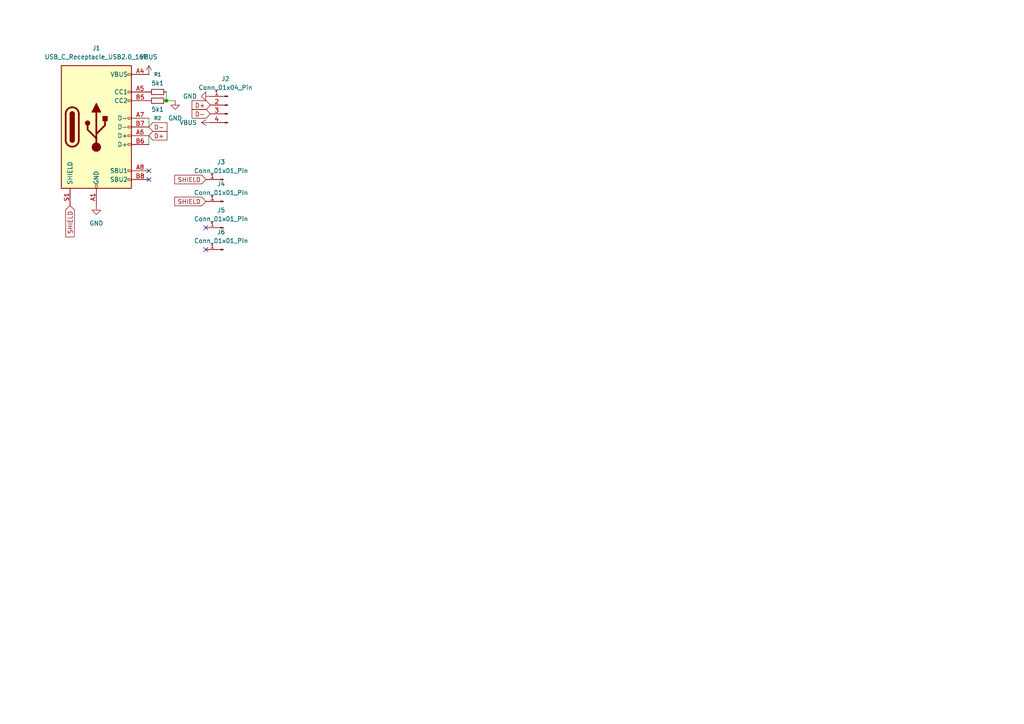
<source format=kicad_sch>
(kicad_sch (version 20250114) (generator "eeschema") (generator_version "9.0")
  (paper "A4")
  (lib_symbols
    (symbol "Connector:Conn_01x01_Pin" (pin_names (offset 1.016) (hide yes))
      (property "Reference" "J" (at 0 2.54 0))
      (property "Value" "Conn_01x01_Pin" (at 0 -2.54 0))
      (symbol "Conn_01x01_Pin_1_1"
        (rectangle (start 0.8636 0.127) (end 0 -0.127) (stroke (width 0.1524)) (fill (type outline)))
        (polyline (pts (xy 1.27 0) (xy 0.8636 0)) (stroke (width 0.1524)))
        (pin passive line (at 5.08 0 180) (length 3.81) (name "Pin_1") (number "1"))
      )
    )
    (symbol "Connector:Conn_01x04_Pin" (pin_names (offset 1.016) (hide yes))
      (property "Reference" "J" (at 0 5.08 0))
      (property "Value" "Conn_01x04_Pin" (at 0 -7.62 0))
      (symbol "Conn_01x04_Pin_1_1"
        (rectangle (start 0.8636 2.667) (end 0 2.413) (stroke (width 0.1524)) (fill (type outline)))
        (rectangle (start 0.8636 0.127) (end 0 -0.127) (stroke (width 0.1524)) (fill (type outline)))
        (rectangle (start 0.8636 -2.413) (end 0 -2.667) (stroke (width 0.1524)) (fill (type outline)))
        (rectangle (start 0.8636 -4.953) (end 0 -5.207) (stroke (width 0.1524)) (fill (type outline)))
        (polyline (pts (xy 1.27 2.54) (xy 0.8636 2.54)) (stroke (width 0.1524)))
        (polyline (pts (xy 1.27 0) (xy 0.8636 0)) (stroke (width 0.1524)))
        (polyline (pts (xy 1.27 -2.54) (xy 0.8636 -2.54)) (stroke (width 0.1524)))
        (polyline (pts (xy 1.27 -5.08) (xy 0.8636 -5.08)) (stroke (width 0.1524)))
        (pin passive line (at 5.08 2.54 180) (length 3.81) (name "Pin_1") (number "1"))
        (pin passive line (at 5.08 0 180) (length 3.81) (name "Pin_2") (number "2"))
        (pin passive line (at 5.08 -2.54 180) (length 3.81) (name "Pin_3") (number "3"))
        (pin passive line (at 5.08 -5.08 180) (length 3.81) (name "Pin_4") (number "4"))
      )
    )
    (symbol "Connector:USB_C_Receptacle_USB2.0_16P" (pin_names (offset 1.016))
      (property "Reference" "J" (at 0 22.225 0))
      (property "Value" "USB_C_Receptacle_USB2.0_16P" (at 0 19.685 0))
      (symbol "USB_C_Receptacle_USB2.0_16P_0_0"
        (rectangle (start -0.254 -17.78) (end 0.254 -16.764))
        (rectangle (start 10.16 15.494) (end 9.144 14.986))
        (rectangle (start 10.16 10.414) (end 9.144 9.906))
        (rectangle (start 10.16 7.874) (end 9.144 7.366))
        (rectangle (start 10.16 2.794) (end 9.144 2.286))
        (rectangle (start 10.16 0.254) (end 9.144 -0.254))
        (rectangle (start 10.16 -2.286) (end 9.144 -2.794))
        (rectangle (start 10.16 -4.826) (end 9.144 -5.334))
        (rectangle (start 10.16 -12.446) (end 9.144 -12.954))
        (rectangle (start 10.16 -14.986) (end 9.144 -15.494))
      )
      (symbol "USB_C_Receptacle_USB2.0_16P_0_1"
        (rectangle (start -10.16 17.78) (end 10.16 -17.78) (stroke (width 0.254)) (fill (type background)))
        (polyline (pts (xy -8.89 -3.81) (xy -8.89 3.81)) (stroke (width 0.508)))
        (rectangle (start -7.62 -3.81) (end -6.35 3.81) (stroke (width 0.254)) (fill (type outline)))
        (arc (start -7.62 3.81) (mid -6.985 4.4423) (end -6.35 3.81) (stroke (width 0.254)))
        (arc (start -7.62 3.81) (mid -6.985 4.4423) (end -6.35 3.81) (stroke (width 0.254)) (fill (type outline)))
        (arc (start -8.89 3.81) (mid -6.985 5.7067) (end -5.08 3.81) (stroke (width 0.508)))
        (arc (start -5.08 -3.81) (mid -6.985 -5.7067) (end -8.89 -3.81) (stroke (width 0.508)))
        (arc (start -6.35 -3.81) (mid -6.985 -4.4423) (end -7.62 -3.81) (stroke (width 0.254)))
        (arc (start -6.35 -3.81) (mid -6.985 -4.4423) (end -7.62 -3.81) (stroke (width 0.254)) (fill (type outline)))
        (polyline (pts (xy -5.08 3.81) (xy -5.08 -3.81)) (stroke (width 0.508)))
        (circle (center -2.54 1.143) (radius 0.635) (stroke (width 0.254)) (fill (type outline)))
        (polyline (pts (xy -1.27 4.318) (xy 0 6.858) (xy 1.27 4.318) (xy -1.27 4.318)) (stroke (width 0.254)) (fill (type outline)))
        (polyline (pts (xy 0 -2.032) (xy 2.54 0.508) (xy 2.54 1.778)) (stroke (width 0.508)))
        (polyline (pts (xy 0 -3.302) (xy -2.54 -0.762) (xy -2.54 0.508)) (stroke (width 0.508)))
        (polyline (pts (xy 0 -5.842) (xy 0 4.318)) (stroke (width 0.508)))
        (circle (center 0 -5.842) (radius 1.27) (fill (type outline)))
        (rectangle (start 1.905 1.778) (end 3.175 3.048) (stroke (width 0.254)) (fill (type outline)))
      )
      (symbol "USB_C_Receptacle_USB2.0_16P_1_1"
        (pin passive line (at -7.62 -22.86 90) (length 5.08) (name "SHIELD") (number "S1"))
        (pin passive line (at 0 -22.86 90) (length 5.08) (name "GND") (number "A1"))
        (pin passive line (at 0 -22.86 90) (length 5.08) (hide yes) (name "GND") (number "A12"))
        (pin passive line (at 0 -22.86 90) (length 5.08) (hide yes) (name "GND") (number "B1"))
        (pin passive line (at 0 -22.86 90) (length 5.08) (hide yes) (name "GND") (number "B12"))
        (pin passive line (at 15.24 15.24 180) (length 5.08) (name "VBUS") (number "A4"))
        (pin passive line (at 15.24 15.24 180) (length 5.08) (hide yes) (name "VBUS") (number "A9"))
        (pin passive line (at 15.24 15.24 180) (length 5.08) (hide yes) (name "VBUS") (number "B4"))
        (pin passive line (at 15.24 15.24 180) (length 5.08) (hide yes) (name "VBUS") (number "B9"))
        (pin bidirectional line (at 15.24 10.16 180) (length 5.08) (name "CC1") (number "A5"))
        (pin bidirectional line (at 15.24 7.62 180) (length 5.08) (name "CC2") (number "B5"))
        (pin bidirectional line (at 15.24 2.54 180) (length 5.08) (name "D-") (number "A7"))
        (pin bidirectional line (at 15.24 0 180) (length 5.08) (name "D-") (number "B7"))
        (pin bidirectional line (at 15.24 -2.54 180) (length 5.08) (name "D+") (number "A6"))
        (pin bidirectional line (at 15.24 -5.08 180) (length 5.08) (name "D+") (number "B6"))
        (pin bidirectional line (at 15.24 -12.7 180) (length 5.08) (name "SBU1") (number "A8"))
        (pin bidirectional line (at 15.24 -15.24 180) (length 5.08) (name "SBU2") (number "B8"))
      )
    )
    (symbol "Device:R_Small" (pin_numbers (hide yes)) (pin_names (offset 0.254) (hide yes))
      (property "Reference" "R" (at 0 0 90))
      (property "Value" "R_Small" (at 1.778 0 90))
      (symbol "R_Small_0_1"
        (rectangle (start -0.762 1.778) (end 0.762 -1.778) (stroke (width 0.2032)))
      )
      (symbol "R_Small_1_1"
        (pin passive line (at 0 2.54 270) (length 0.762) (name "~") (number "1"))
        (pin passive line (at 0 -2.54 90) (length 0.762) (name "~") (number "2"))
      )
    )
    (symbol "power:GND" (power) (pin_numbers (hide yes)) (pin_names (offset 0) (hide yes))
      (property "Value" "GND" (at 0 -3.81 0))
      (symbol "GND_0_1"
        (polyline (pts (xy 0 0) (xy 0 -1.27) (xy 1.27 -1.27) (xy 0 -2.54) (xy -1.27 -1.27) (xy 0 -1.27)))
      )
      (symbol "GND_1_1"
        (pin power_in line (at 0 0 270) (length 0) (name "~") (number "1"))
      )
    )
    (symbol "power:VBUS" (power) (pin_numbers (hide yes)) (pin_names (offset 0) (hide yes))
      (property "Value" "VBUS" (at 0 3.556 0))
      (symbol "VBUS_0_1"
        (polyline (pts (xy -0.762 1.27) (xy 0 2.54)))
        (polyline (pts (xy 0 2.54) (xy 0.762 1.27)))
        (polyline (pts (xy 0 0) (xy 0 2.54)))
      )
      (symbol "VBUS_1_1"
        (pin power_in line (at 0 0 90) (length 0) (name "~") (number "1"))
      )
    )
  )
  (junction (at 48.26 29.21))
  (no_connect (at 59.69 72.39))
  (no_connect (at 59.69 66.04))
  (no_connect (at 43.18 49.53))
  (no_connect (at 43.18 52.07))
  (wire (pts (xy 50.8 29.21) (xy 48.26 29.21)))
  (wire (pts (xy 43.18 39.37) (xy 43.18 41.91)))
  (wire (pts (xy 43.18 34.29) (xy 43.18 36.83)))
  (wire (pts (xy 48.26 26.67) (xy 48.26 29.21)))
  (global_label "D+" (shape input) (at 60.96 30.48 180) (property "Intersheetrefs" "${INTERSHEET_REFS}" (effects (hide yes))))
  (global_label "SHIELD" (shape input) (at 20.32 59.69 270) (property "Intersheetrefs" "${INTERSHEET_REFS}" (effects (hide yes))))
  (global_label "SHIELD" (shape input) (at 59.69 58.42 180) (property "Intersheetrefs" "${INTERSHEET_REFS}" (effects (hide yes))))
  (global_label "D+" (shape input) (at 43.18 39.37 0) (property "Intersheetrefs" "${INTERSHEET_REFS}" (effects (hide yes))))
  (global_label "D-" (shape input) (at 60.96 33.02 180) (property "Intersheetrefs" "${INTERSHEET_REFS}" (effects (hide yes))))
  (global_label "SHIELD" (shape input) (at 59.69 52.07 180) (property "Intersheetrefs" "${INTERSHEET_REFS}" (effects (hide yes))))
  (global_label "D-" (shape input) (at 43.18 36.83 0) (property "Intersheetrefs" "${INTERSHEET_REFS}" (effects (hide yes))))
  (symbol (lib_id "Connector:USB_C_Receptacle_USB2.0_16P") (at 27.94 36.83 0) (unit 1)
    (property "Reference" "J1" (at 27.94 13.97 0))
    (property "Value" "USB_C_Receptacle_USB2.0_16P" (at 27.94 16.51 0))
    (property "Footprint" "Connector_USB:USB_C_Receptacle_GCT_USB4105-xx-A_16P_TopMnt_Horizontal" (effects (hide yes)))
    (property "Datasheet" "https://www.usb.org/sites/default/files/documents/usb_type-c.zip" (effects (hide yes)))
    (property "Description" "USB 2.0-only 16P Type-C Receptacle connector" (effects (hide yes)))
  )
  (symbol (lib_id "Device:R_Small") (at 45.72 29.21 90) (mirror x) (unit 1)
    (property "Reference" "R2" (at 45.72 34.29 90) (effects (font (size 1.016 1.016))))
    (property "Value" "5k1" (at 45.72 31.75 90))
    (property "Footprint" "Resistor_SMD:R_0603_1608Metric" (effects (hide yes)))
    (property "Description" "Resistor, small symbol" (effects (hide yes)))
  )
  (symbol (lib_id "power:VBUS") (at 60.96 35.56 90) (unit 1)
    (property "Reference" "#PWR06" (effects (hide yes)))
    (property "Value" "VBUS" (at 57.15 35.5599 90) (effects (justify left)))
    (property "Description" "Power symbol creates a global label with name \"VBUS\"" (effects (hide yes)))
  )
  (symbol (lib_id "power:VBUS") (at 43.18 21.59 0) (unit 1)
    (property "Reference" "#PWR01" (effects (hide yes)))
    (property "Value" "VBUS" (at 43.18 16.51 0))
    (property "Description" "Power symbol creates a global label with name \"VBUS\"" (effects (hide yes)))
  )
  (symbol (lib_id "Connector:Conn_01x04_Pin") (at 66.04 30.48 0) (mirror y) (unit 1)
    (property "Reference" "J2" (at 65.405 22.86 0))
    (property "Value" "Conn_01x04_Pin" (at 65.405 25.4 0))
    (property "Footprint" "Connector_PinHeader_2.54mm:PinHeader_1x04_P2.54mm_Vertical" (effects (hide yes)))
    (property "Description" "Generic connector, single row, 01x04, script generated" (effects (hide yes)))
  )
  (symbol (lib_id "Connector:Conn_01x01_Pin") (at 64.77 58.42 0) (mirror y) (unit 1)
    (property "Reference" "J4" (at 64.135 53.34 0))
    (property "Value" "Conn_01x01_Pin" (at 64.135 55.88 0))
    (property "Footprint" "Connector_PinHeader_2.54mm:PinHeader_1x01_P2.54mm_Vertical" (effects (hide yes)))
    (property "Description" "Generic connector, single row, 01x01, script generated" (effects (hide yes)))
  )
  (symbol (lib_id "Connector:Conn_01x01_Pin") (at 64.77 52.07 0) (mirror y) (unit 1)
    (property "Reference" "J3" (at 64.135 46.99 0))
    (property "Value" "Conn_01x01_Pin" (at 64.135 49.53 0))
    (property "Footprint" "Connector_PinHeader_2.54mm:PinHeader_1x01_P2.54mm_Vertical" (effects (hide yes)))
    (property "Description" "Generic connector, single row, 01x01, script generated" (effects (hide yes)))
  )
  (symbol (lib_id "Connector:Conn_01x01_Pin") (at 64.77 72.39 0) (mirror y) (unit 1)
    (property "Reference" "J6" (at 64.135 67.31 0))
    (property "Value" "Conn_01x01_Pin" (at 64.135 69.85 0))
    (property "Footprint" "Connector_PinHeader_2.54mm:PinHeader_1x01_P2.54mm_Vertical" (effects (hide yes)))
    (property "Description" "Generic connector, single row, 01x01, script generated" (effects (hide yes)))
  )
  (symbol (lib_id "power:GND") (at 27.94 59.69 0) (unit 1)
    (property "Reference" "#PWR03" (effects (hide yes)))
    (property "Value" "GND" (at 27.94 64.77 0))
    (property "Description" "Power symbol creates a global label with name \"GND\" , ground" (effects (hide yes)))
  )
  (symbol (lib_id "power:GND") (at 50.8 29.21 0) (unit 1)
    (property "Reference" "#PWR04" (effects (hide yes)))
    (property "Value" "GND" (at 50.8 34.29 0))
    (property "Description" "Power symbol creates a global label with name \"GND\" , ground" (effects (hide yes)))
  )
  (symbol (lib_id "Connector:Conn_01x01_Pin") (at 64.77 66.04 0) (mirror y) (unit 1)
    (property "Reference" "J5" (at 64.135 60.96 0))
    (property "Value" "Conn_01x01_Pin" (at 64.135 63.5 0))
    (property "Footprint" "Connector_PinHeader_2.54mm:PinHeader_1x01_P2.54mm_Vertical" (effects (hide yes)))
    (property "Description" "Generic connector, single row, 01x01, script generated" (effects (hide yes)))
  )
  (symbol (lib_id "power:GND") (at 60.96 27.94 270) (unit 1)
    (property "Reference" "#PWR05" (effects (hide yes)))
    (property "Value" "GND" (at 57.15 27.9399 90) (effects (justify right)))
    (property "Description" "Power symbol creates a global label with name \"GND\" , ground" (effects (hide yes)))
  )
  (symbol (lib_id "Device:R_Small") (at 45.72 26.67 90) (unit 1)
    (property "Reference" "R1" (at 45.72 21.59 90) (effects (font (size 1.016 1.016))))
    (property "Value" "5k1" (at 45.72 24.13 90))
    (property "Footprint" "Resistor_SMD:R_0603_1608Metric" (effects (hide yes)))
    (property "Description" "Resistor, small symbol" (effects (hide yes)))
  )
)
</source>
